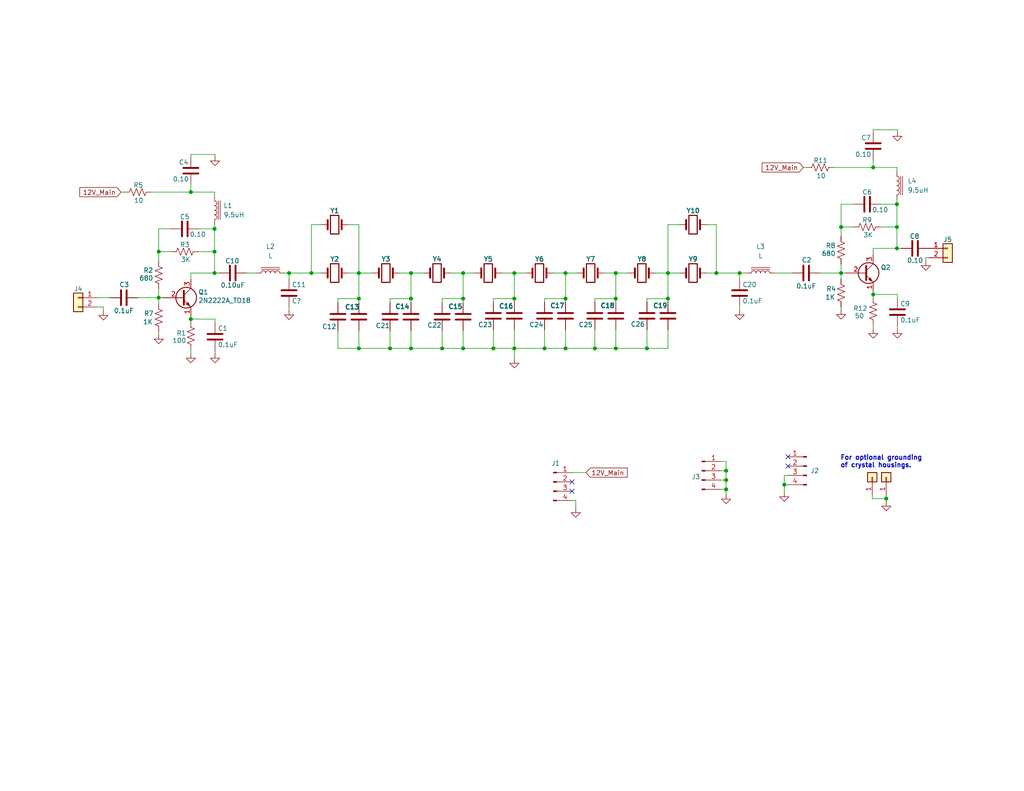
<source format=kicad_sch>
(kicad_sch (version 20211123) (generator eeschema)
  (paper "USLetter")
  (title_block (rev "A"))
  (lib_symbols
    (symbol "Connector_Generic:Conn_01x01" (pin_names (offset 1.016) hide)
      (property "Reference" "J" (at 0 2.54 0))
      (property "Value" "Conn_01x01" (at 0 -2.54 0))
      (symbol "Conn_01x01_1_1"
        (rectangle (start -1.27 0.127) (end 0 -0.127) (stroke (width 0.1524)))
        (rectangle (start -1.27 1.27) (end 1.27 -1.27) (stroke (width 0.254)) (fill (type background)))
        (pin passive line (at -5.08 0 0) (length 3.81) (name "Pin_1") (number "1"))
      )
    )
    (symbol "Device:C" (pin_numbers hide) (pin_names (offset 0.254))
      (property "Reference" "C" (at 0.635 2.54 0))
      (property "Value" "C" (at 0.635 -2.54 0))
      (symbol "C_0_1"
        (polyline (pts (xy -2.032 -0.762) (xy 2.032 -0.762)) (stroke (width 0.508)))
        (polyline (pts (xy -2.032 0.762) (xy 2.032 0.762)) (stroke (width 0.508)))
      )
      (symbol "C_1_1"
        (pin passive line (at 0 3.81 270) (length 2.794) (name "~") (number "1"))
        (pin passive line (at 0 -3.81 90) (length 2.794) (name "~") (number "2"))
      )
    )
    (symbol "Device:Crystal" (pin_numbers hide) (pin_names (offset 1.016) hide)
      (property "Reference" "Y" (at 0 3.81 0))
      (property "Value" "Crystal" (at 0 -3.81 0))
      (symbol "Crystal_0_1"
        (rectangle (start -1.143 2.54) (end 1.143 -2.54) (stroke (width 0.3048)))
        (polyline (pts (xy -2.54 0) (xy -1.905 0)))
        (polyline (pts (xy -1.905 -1.27) (xy -1.905 1.27)) (stroke (width 0.508)))
        (polyline (pts (xy 1.905 -1.27) (xy 1.905 1.27)) (stroke (width 0.508)))
        (polyline (pts (xy 2.54 0) (xy 1.905 0)))
      )
      (symbol "Crystal_1_1"
        (pin passive line (at -3.81 0 0) (length 1.27) (name "1") (number "1"))
        (pin passive line (at 3.81 0 180) (length 1.27) (name "2") (number "2"))
      )
    )
    (symbol "K7TFC_Connectors:Conn_01x02" (pin_names (offset 1.016) hide)
      (property "Reference" "J" (at 0 2.54 0))
      (property "Value" "Conn_01x02" (at 0 -5.08 0))
      (symbol "Conn_01x02_1_1"
        (rectangle (start -1.27 -2.413) (end 0 -2.667) (stroke (width 0.1524)))
        (rectangle (start -1.27 0.127) (end 0 -0.127) (stroke (width 0.1524)))
        (rectangle (start -1.27 1.27) (end 1.27 -3.81) (stroke (width 0.254)) (fill (type background)))
        (pin passive line (at -5.08 0 0) (length 3.81) (name "Pin_1") (number "1"))
        (pin passive line (at -5.08 -2.54 0) (length 3.81) (name "Pin_2") (number "2"))
      )
    )
    (symbol "K7TFC_Connectors:Conn_01x04_Male" (pin_names (offset 1.016) hide)
      (property "Reference" "J" (at 0 5.08 0))
      (property "Value" "Conn_01x04_Male" (at 0 -7.62 0))
      (symbol "Conn_01x04_Male_1_1"
        (polyline (pts (xy 1.27 -5.08) (xy 0.8636 -5.08)) (stroke (width 0.1524)))
        (polyline (pts (xy 1.27 -2.54) (xy 0.8636 -2.54)) (stroke (width 0.1524)))
        (polyline (pts (xy 1.27 0) (xy 0.8636 0)) (stroke (width 0.1524)))
        (polyline (pts (xy 1.27 2.54) (xy 0.8636 2.54)) (stroke (width 0.1524)))
        (rectangle (start 0.8636 -4.953) (end 0 -5.207) (stroke (width 0.1524)) (fill (type outline)))
        (rectangle (start 0.8636 -2.413) (end 0 -2.667) (stroke (width 0.1524)) (fill (type outline)))
        (rectangle (start 0.8636 0.127) (end 0 -0.127) (stroke (width 0.1524)) (fill (type outline)))
        (rectangle (start 0.8636 2.667) (end 0 2.413) (stroke (width 0.1524)) (fill (type outline)))
        (pin passive line (at 5.08 2.54 180) (length 3.81) (name "Pin_1") (number "1"))
        (pin passive line (at 5.08 0 180) (length 3.81) (name "Pin_2") (number "2"))
        (pin passive line (at 5.08 -2.54 180) (length 3.81) (name "Pin_3") (number "3"))
        (pin passive line (at 5.08 -5.08 180) (length 3.81) (name "Pin_4") (number "4"))
      )
    )
    (symbol "K7TFC_Passives:C_std" (pin_numbers hide) (pin_names (offset 0.254))
      (property "Reference" "C" (at 0.635 2.54 0))
      (property "Value" "C_std" (at 0.635 -2.54 0))
      (symbol "C_std_0_1"
        (polyline (pts (xy -2.032 -0.762) (xy 2.032 -0.762)) (stroke (width 0.508)))
        (polyline (pts (xy -2.032 0.762) (xy 2.032 0.762)) (stroke (width 0.508)))
      )
      (symbol "C_std_1_1"
        (pin passive line (at 0 3.81 270) (length 2.794) (name "~") (number "1"))
        (pin passive line (at 0 -3.81 90) (length 2.794) (name "~") (number "2"))
      )
    )
    (symbol "K7TFC_Passives:L" (pin_numbers hide) (pin_names (offset 1.016) hide)
      (property "Reference" "L" (at -1.778 0 0))
      (property "Value" "L" (at 3.048 0 0))
      (symbol "L_0_1"
        (arc (start 0 -2.54) (mid 0.635 -1.905) (end 0 -1.27))
        (arc (start 0 -1.27) (mid 0.635 -0.635) (end 0 0))
        (polyline (pts (xy 1.016 2.54) (xy 1.016 -2.54)))
        (polyline (pts (xy 1.524 2.54) (xy 1.524 -2.54)))
        (arc (start 0 0) (mid 0.635 0.635) (end 0 1.27))
        (arc (start 0 1.27) (mid 0.635 1.905) (end 0 2.54))
      )
      (symbol "L_1_1"
        (pin passive line (at 0 3.81 270) (length 1.27) (name "1") (number "1"))
        (pin passive line (at 0 -3.81 90) (length 1.27) (name "2") (number "2"))
      )
    )
    (symbol "K7TFC_Passives:R_US" (pin_numbers hide) (pin_names (offset 0))
      (property "Reference" "R" (at 2.54 0 90))
      (property "Value" "R_US" (at -2.54 0 90))
      (symbol "R_US_0_1"
        (polyline (pts (xy 0 -2.286) (xy 0 -2.54)))
        (polyline (pts (xy 0 2.286) (xy 0 2.54)))
        (polyline (pts (xy 0 -0.762) (xy 1.016 -1.143) (xy 0 -1.524) (xy -1.016 -1.905) (xy 0 -2.286)))
        (polyline (pts (xy 0 0.762) (xy 1.016 0.381) (xy 0 0) (xy -1.016 -0.381) (xy 0 -0.762)))
        (polyline (pts (xy 0 2.286) (xy 1.016 1.905) (xy 0 1.524) (xy -1.016 1.143) (xy 0 0.762)))
      )
      (symbol "R_US_1_1"
        (pin passive line (at 0 3.81 270) (length 1.27) (name "~") (number "1"))
        (pin passive line (at 0 -3.81 90) (length 1.27) (name "~") (number "2"))
      )
    )
    (symbol "K7TFC_Transistors:2N2222A_TO18" (pin_names (offset 0) hide)
      (property "Reference" "Q" (at 5.08 1.905 0))
      (property "Value" "2N2222A_TO18" (at 5.08 0 0))
      (symbol "2N2222A_TO18_0_1"
        (polyline (pts (xy 0.635 0.635) (xy 2.54 2.54)))
        (polyline (pts (xy 0.635 -0.635) (xy 2.54 -2.54) (xy 2.54 -2.54)))
        (polyline (pts (xy 0.635 1.905) (xy 0.635 -1.905) (xy 0.635 -1.905)) (stroke (width 0.508)))
        (polyline (pts (xy 1.27 -1.778) (xy 1.778 -1.27) (xy 2.286 -2.286) (xy 1.27 -1.778) (xy 1.27 -1.778)) (fill (type outline)))
        (circle (center 1.27 0) (radius 2.8194) (stroke (width 0.254)))
      )
      (symbol "2N2222A_TO18_1_1"
        (pin passive line (at 2.54 -5.08 90) (length 2.54) (name "E") (number "1"))
        (pin passive line (at -5.08 0 0) (length 5.715) (name "B") (number "2"))
        (pin passive line (at 2.54 5.08 270) (length 2.54) (name "C") (number "3"))
      )
    )
    (symbol "power:GND" (power) (pin_names (offset 0))
      (property "Value" "GND" (at 0 -3.81 0))
      (symbol "GND_0_1"
        (polyline (pts (xy 0 0) (xy 0 -1.27) (xy 1.27 -1.27) (xy 0 -2.54) (xy -1.27 -1.27) (xy 0 -1.27)))
      )
      (symbol "GND_1_1"
        (pin power_in line (at 0 0 270) (length 0) hide (name "GND") (number "1"))
      )
    )
  )
  (junction (at 58.547 68.707))
  (junction (at 168.021 81.534))
  (junction (at 112.141 95.123))
  (junction (at 168.021 74.549))
  (junction (at 140.335 95.123))
  (junction (at 106.426 95.123))
  (junction (at 241.808 136.144))
  (junction (at 52.07 87.122))
  (junction (at 112.141 74.549))
  (junction (at 182.245 81.534))
  (junction (at 52.07 52.451))
  (junction (at 148.59 95.123))
  (junction (at 126.365 95.123))
  (junction (at 58.547 74.549))
  (junction (at 238.252 80.391))
  (junction (at 201.803 74.549))
  (junction (at 97.917 74.549))
  (junction (at 58.547 62.484))
  (junction (at 154.305 74.549))
  (junction (at 195.453 74.549))
  (junction (at 244.729 55.753))
  (junction (at 43.307 81.28))
  (junction (at 120.65 95.123))
  (junction (at 182.245 74.549))
  (junction (at 198.12 133.604))
  (junction (at 244.729 67.818))
  (junction (at 78.867 74.549))
  (junction (at 154.305 81.534))
  (junction (at 168.021 95.123))
  (junction (at 176.53 95.123))
  (junction (at 97.917 95.123))
  (junction (at 162.306 95.123))
  (junction (at 84.963 74.549))
  (junction (at 229.489 74.549))
  (junction (at 238.252 45.72))
  (junction (at 198.12 128.524))
  (junction (at 140.335 74.549))
  (junction (at 140.335 81.534))
  (junction (at 97.917 81.534))
  (junction (at 126.365 81.534))
  (junction (at 213.995 132.334))
  (junction (at 134.62 95.123))
  (junction (at 154.305 95.123))
  (junction (at 244.729 61.976))
  (junction (at 43.307 68.707))
  (junction (at 229.489 61.976))
  (junction (at 198.12 131.064))
  (junction (at 112.141 81.534))
  (junction (at 126.365 74.549))
  (no_connect (at 215.011 124.714))
  (no_connect (at 215.011 127.254))
  (no_connect (at 156.083 131.572))
  (no_connect (at 156.083 134.112))
  (wire (pts (xy 156.083 129.032) (xy 159.893 129.032)))
  (wire (pts (xy 229.489 74.549) (xy 229.489 76.2)))
  (wire (pts (xy 112.141 82.677) (xy 112.141 81.534)))
  (wire (pts (xy 92.202 81.534) (xy 97.917 81.534)))
  (wire (pts (xy 213.995 129.794) (xy 213.995 132.334)))
  (wire (pts (xy 219.202 45.72) (xy 219.964 45.72)))
  (wire (pts (xy 151.003 74.549) (xy 154.305 74.549)))
  (wire (pts (xy 198.12 133.604) (xy 198.12 135.001)))
  (wire (pts (xy 176.53 82.423) (xy 176.53 81.534)))
  (wire (pts (xy 154.305 74.549) (xy 157.353 74.549)))
  (wire (pts (xy 58.674 42.164) (xy 58.674 42.672)))
  (wire (pts (xy 95.123 74.549) (xy 97.917 74.549)))
  (wire (pts (xy 178.943 74.549) (xy 182.245 74.549)))
  (wire (pts (xy 148.59 90.043) (xy 148.59 95.123)))
  (wire (pts (xy 238.252 79.629) (xy 238.252 80.391)))
  (wire (pts (xy 154.305 90.043) (xy 154.305 95.123)))
  (wire (pts (xy 244.856 89.027) (xy 244.856 89.789)))
  (wire (pts (xy 134.62 95.123) (xy 140.335 95.123)))
  (wire (pts (xy 176.53 81.534) (xy 182.245 81.534)))
  (wire (pts (xy 148.59 81.534) (xy 154.305 81.534)))
  (wire (pts (xy 43.307 62.484) (xy 43.307 68.707)))
  (wire (pts (xy 182.245 74.549) (xy 185.293 74.549)))
  (wire (pts (xy 97.917 82.677) (xy 97.917 81.534)))
  (wire (pts (xy 43.307 78.867) (xy 43.307 81.28)))
  (wire (pts (xy 58.547 74.549) (xy 59.69 74.549)))
  (wire (pts (xy 78.867 74.549) (xy 78.867 76.2)))
  (wire (pts (xy 106.426 90.297) (xy 106.426 95.123)))
  (wire (pts (xy 240.411 55.753) (xy 244.729 55.753)))
  (wire (pts (xy 120.65 90.297) (xy 120.65 95.123)))
  (wire (pts (xy 46.609 62.484) (xy 43.307 62.484)))
  (wire (pts (xy 244.729 54.483) (xy 244.729 55.753)))
  (wire (pts (xy 238.252 43.688) (xy 238.252 45.72)))
  (wire (pts (xy 168.021 95.123) (xy 176.53 95.123)))
  (wire (pts (xy 112.141 95.123) (xy 120.65 95.123)))
  (wire (pts (xy 43.307 90.551) (xy 43.307 91.313)))
  (wire (pts (xy 37.592 81.28) (xy 43.307 81.28)))
  (wire (pts (xy 52.07 76.2) (xy 52.07 74.549)))
  (wire (pts (xy 52.07 86.36) (xy 52.07 87.122)))
  (wire (pts (xy 126.365 82.677) (xy 126.365 81.534)))
  (wire (pts (xy 140.335 82.423) (xy 140.335 81.534)))
  (wire (pts (xy 238.252 35.433) (xy 244.856 35.433)))
  (wire (pts (xy 244.856 80.391) (xy 238.252 80.391)))
  (wire (pts (xy 126.365 90.297) (xy 126.365 95.123)))
  (wire (pts (xy 162.306 90.043) (xy 162.306 95.123)))
  (wire (pts (xy 106.426 82.677) (xy 106.426 81.534)))
  (wire (pts (xy 211.328 74.549) (xy 216.154 74.549)))
  (wire (pts (xy 244.729 45.72) (xy 244.729 46.863)))
  (wire (pts (xy 58.547 52.451) (xy 58.547 53.594)))
  (wire (pts (xy 244.856 81.407) (xy 244.856 80.391)))
  (wire (pts (xy 58.547 62.484) (xy 58.547 68.707)))
  (wire (pts (xy 58.674 95.758) (xy 58.674 96.52)))
  (wire (pts (xy 176.53 90.043) (xy 176.53 95.123)))
  (wire (pts (xy 195.453 74.549) (xy 201.803 74.549)))
  (wire (pts (xy 54.229 68.707) (xy 58.547 68.707)))
  (wire (pts (xy 92.202 90.297) (xy 92.202 95.123)))
  (wire (pts (xy 97.917 61.341) (xy 97.917 74.549)))
  (wire (pts (xy 168.021 82.423) (xy 168.021 81.534)))
  (wire (pts (xy 168.021 90.043) (xy 168.021 95.123)))
  (wire (pts (xy 84.963 61.341) (xy 84.963 74.549)))
  (wire (pts (xy 134.62 90.043) (xy 134.62 95.123)))
  (wire (pts (xy 120.65 81.534) (xy 120.65 82.677)))
  (wire (pts (xy 78.867 74.549) (xy 84.963 74.549)))
  (wire (pts (xy 126.365 74.549) (xy 129.413 74.549)))
  (wire (pts (xy 176.53 95.123) (xy 182.245 95.123)))
  (wire (pts (xy 229.489 61.976) (xy 232.791 61.976)))
  (wire (pts (xy 198.12 128.524) (xy 198.12 131.064)))
  (wire (pts (xy 106.426 81.534) (xy 112.141 81.534)))
  (wire (pts (xy 84.963 74.549) (xy 87.503 74.549)))
  (wire (pts (xy 97.917 90.297) (xy 97.917 95.123)))
  (wire (pts (xy 229.489 61.976) (xy 229.489 64.516)))
  (wire (pts (xy 240.411 61.976) (xy 244.729 61.976)))
  (wire (pts (xy 182.245 95.123) (xy 182.245 90.043)))
  (wire (pts (xy 238.252 88.773) (xy 238.252 89.789)))
  (wire (pts (xy 238.252 80.391) (xy 238.252 81.153)))
  (wire (pts (xy 241.808 136.144) (xy 241.808 136.906)))
  (wire (pts (xy 33.02 52.451) (xy 33.782 52.451)))
  (wire (pts (xy 109.093 74.549) (xy 112.141 74.549)))
  (wire (pts (xy 253.492 70.358) (xy 252.603 70.358)))
  (wire (pts (xy 148.59 95.123) (xy 154.305 95.123)))
  (wire (pts (xy 43.307 68.707) (xy 46.609 68.707)))
  (wire (pts (xy 54.229 62.484) (xy 58.547 62.484)))
  (wire (pts (xy 229.489 83.82) (xy 229.489 84.582)))
  (wire (pts (xy 229.489 55.753) (xy 229.489 61.976)))
  (wire (pts (xy 140.335 95.123) (xy 148.59 95.123)))
  (wire (pts (xy 154.305 82.423) (xy 154.305 81.534)))
  (wire (pts (xy 95.123 61.341) (xy 97.917 61.341)))
  (wire (pts (xy 227.584 45.72) (xy 238.252 45.72)))
  (wire (pts (xy 196.596 125.984) (xy 198.12 125.984)))
  (wire (pts (xy 201.803 83.82) (xy 201.803 84.709)))
  (wire (pts (xy 140.335 81.534) (xy 140.335 74.549)))
  (wire (pts (xy 198.12 131.064) (xy 198.12 133.604)))
  (wire (pts (xy 252.603 70.358) (xy 252.603 71.247)))
  (wire (pts (xy 168.021 81.534) (xy 168.021 74.549)))
  (wire (pts (xy 162.306 81.534) (xy 168.021 81.534)))
  (wire (pts (xy 185.293 61.341) (xy 182.245 61.341)))
  (wire (pts (xy 52.07 42.799) (xy 52.07 42.164)))
  (wire (pts (xy 154.305 81.534) (xy 154.305 74.549)))
  (wire (pts (xy 120.65 95.123) (xy 126.365 95.123)))
  (wire (pts (xy 223.774 74.549) (xy 229.489 74.549)))
  (wire (pts (xy 195.453 61.341) (xy 195.453 74.549)))
  (wire (pts (xy 52.07 74.549) (xy 58.547 74.549)))
  (wire (pts (xy 112.141 74.549) (xy 115.443 74.549)))
  (wire (pts (xy 58.547 68.707) (xy 58.547 74.549)))
  (wire (pts (xy 162.306 95.123) (xy 168.021 95.123)))
  (wire (pts (xy 229.489 72.136) (xy 229.489 74.549)))
  (wire (pts (xy 244.729 55.753) (xy 244.729 61.976)))
  (wire (pts (xy 26.416 83.82) (xy 28.194 83.82)))
  (wire (pts (xy 201.803 74.549) (xy 203.708 74.549)))
  (wire (pts (xy 58.547 61.214) (xy 58.547 62.484)))
  (wire (pts (xy 157.099 136.652) (xy 157.099 138.684)))
  (wire (pts (xy 52.07 95.504) (xy 52.07 96.52)))
  (wire (pts (xy 43.307 81.28) (xy 43.307 82.931)))
  (wire (pts (xy 168.021 74.549) (xy 171.323 74.549)))
  (wire (pts (xy 229.489 74.549) (xy 230.632 74.549)))
  (wire (pts (xy 148.59 82.423) (xy 148.59 81.534)))
  (wire (pts (xy 238.252 45.72) (xy 244.729 45.72)))
  (wire (pts (xy 106.426 95.123) (xy 112.141 95.123)))
  (wire (pts (xy 157.099 136.652) (xy 156.083 136.652)))
  (wire (pts (xy 195.453 74.549) (xy 192.913 74.549)))
  (wire (pts (xy 196.596 131.064) (xy 198.12 131.064)))
  (wire (pts (xy 198.12 125.984) (xy 198.12 128.524)))
  (wire (pts (xy 126.365 95.123) (xy 134.62 95.123)))
  (wire (pts (xy 87.503 61.341) (xy 84.963 61.341)))
  (wire (pts (xy 58.674 88.138) (xy 58.674 87.122)))
  (wire (pts (xy 237.998 136.144) (xy 241.808 136.144)))
  (wire (pts (xy 232.791 55.753) (xy 229.489 55.753)))
  (wire (pts (xy 97.917 81.534) (xy 97.917 74.549)))
  (wire (pts (xy 182.245 61.341) (xy 182.245 74.549)))
  (wire (pts (xy 196.596 133.604) (xy 198.12 133.604)))
  (wire (pts (xy 58.674 87.122) (xy 52.07 87.122)))
  (wire (pts (xy 123.063 74.549) (xy 126.365 74.549)))
  (wire (pts (xy 244.856 35.433) (xy 244.856 35.941)))
  (wire (pts (xy 238.252 69.469) (xy 238.252 67.818)))
  (wire (pts (xy 126.365 81.534) (xy 126.365 74.549)))
  (wire (pts (xy 154.305 95.123) (xy 162.306 95.123)))
  (wire (pts (xy 78.867 83.82) (xy 78.867 84.709)))
  (wire (pts (xy 52.07 50.419) (xy 52.07 52.451)))
  (wire (pts (xy 238.252 67.818) (xy 244.729 67.818)))
  (wire (pts (xy 28.194 83.82) (xy 28.194 84.836)))
  (wire (pts (xy 112.141 90.297) (xy 112.141 95.123)))
  (wire (pts (xy 134.62 81.534) (xy 140.335 81.534)))
  (wire (pts (xy 192.913 61.341) (xy 195.453 61.341)))
  (wire (pts (xy 92.202 81.534) (xy 92.202 82.677)))
  (wire (pts (xy 238.252 36.068) (xy 238.252 35.433)))
  (wire (pts (xy 120.65 81.534) (xy 126.365 81.534)))
  (wire (pts (xy 41.402 52.451) (xy 52.07 52.451)))
  (wire (pts (xy 140.335 74.549) (xy 143.383 74.549)))
  (wire (pts (xy 241.808 136.144) (xy 241.808 135.382)))
  (wire (pts (xy 182.245 81.534) (xy 182.245 74.549)))
  (wire (pts (xy 140.335 97.917) (xy 140.335 95.123)))
  (wire (pts (xy 137.033 74.549) (xy 140.335 74.549)))
  (wire (pts (xy 52.07 52.451) (xy 58.547 52.451)))
  (wire (pts (xy 164.973 74.549) (xy 168.021 74.549)))
  (wire (pts (xy 134.62 82.423) (xy 134.62 81.534)))
  (wire (pts (xy 182.245 82.423) (xy 182.245 81.534)))
  (wire (pts (xy 67.31 74.549) (xy 69.977 74.549)))
  (wire (pts (xy 162.306 82.423) (xy 162.306 81.534)))
  (wire (pts (xy 237.998 135.382) (xy 237.998 136.144)))
  (wire (pts (xy 201.803 74.549) (xy 201.803 76.2)))
  (wire (pts (xy 52.07 87.122) (xy 52.07 87.884)))
  (wire (pts (xy 213.995 132.334) (xy 213.995 134.366)))
  (wire (pts (xy 52.07 42.164) (xy 58.674 42.164)))
  (wire (pts (xy 97.917 95.123) (xy 106.426 95.123)))
  (wire (pts (xy 97.917 74.549) (xy 101.473 74.549)))
  (wire (pts (xy 213.995 132.334) (xy 215.011 132.334)))
  (wire (pts (xy 244.729 61.976) (xy 244.729 67.818)))
  (wire (pts (xy 26.416 81.28) (xy 29.972 81.28)))
  (wire (pts (xy 196.596 128.524) (xy 198.12 128.524)))
  (wire (pts (xy 215.011 129.794) (xy 213.995 129.794)))
  (wire (pts (xy 112.141 81.534) (xy 112.141 74.549)))
  (wire (pts (xy 244.729 67.818) (xy 245.872 67.818)))
  (wire (pts (xy 43.307 81.28) (xy 44.45 81.28)))
  (wire (pts (xy 92.202 95.123) (xy 97.917 95.123)))
  (wire (pts (xy 77.597 74.549) (xy 78.867 74.549)))
  (wire (pts (xy 140.335 90.043) (xy 140.335 95.123)))
  (wire (pts (xy 43.307 68.707) (xy 43.307 71.247)))
  (text "For optional grounding\nof crystal housings." (at 229.235 127.889 0) (effects (font (size 1.27 1.27) (thickness 0.254) bold) (justify left bottom)))
  (global_label "12V_Main" (shape input) (at 219.202 45.72 180) (property "Intersheet References" "${INTERSHEET_REFS}" (effects hide)))
  (global_label "12V_Main" (shape input) (at 33.02 52.451 180) (property "Intersheet References" "${INTERSHEET_REFS}" (effects hide)))
  (global_label "12V_Main" (shape input) (at 159.893 129.032 0) (property "Intersheet References" "${INTERSHEET_REFS}" (effects hide)))
  (symbol (lib_id "Connector_Generic:Conn_01x01") (at 241.808 130.302 90) (unit 1)
    (property "Reference" "J7" (effects hide))
    (property "Value" "Conn_01x01" (effects hide))
    (property "Footprint" "Connector_PinHeader_2.54mm:PinHeader_1x01_P2.54mm_Vertical" (effects hide))
  )
  (symbol (lib_id "K7TFC_Passives:R_US") (at 43.307 75.057 0) (unit 1)
    (property "Reference" "R2" (at 39.116 73.787 0) (effects (justify left)))
    (property "Value" "680" (at 37.973 75.946 0) (effects (justify left)))
    (property "Footprint" "K7TFC_Passives:R_Axial_P2.54mm_Vertical" (effects hide))
  )
  (symbol (lib_id "K7TFC_Passives:R_US") (at 37.592 52.451 90) (unit 1)
    (property "Reference" "R5" (at 37.719 50.546 90))
    (property "Value" "10" (at 37.846 54.737 90))
    (property "Footprint" "K7TFC_Passives:R_Axial_P2.54mm_Vertical" (effects hide))
  )
  (symbol (lib_id "power:GND") (at 213.995 134.366 0) (unit 1)
    (property "Reference" "#PWR0101" (effects hide))
    (property "Value" "GND" (effects hide))
  )
  (symbol (lib_id "Device:Crystal") (at 119.253 74.549 0) (unit 1)
    (property "Reference" "Y4" (at 119.253 70.739 0) (effects (font bold)))
    (property "Value" "Crystal" (effects hide))
    (property "Footprint" "Crystal:Crystal_HC49-U_Vertical" (effects hide))
  )
  (symbol (lib_id "K7TFC_Passives:L") (at 73.787 74.549 90) (unit 1)
    (property "Reference" "L2" (at 73.787 67.31 90))
    (property "Value" "L" (at 73.787 69.85 90))
    (property "Footprint" "K7TFC_Toroids:Toroid_T50_Vertical_P6.00mm" (effects hide))
  )
  (symbol (lib_id "K7TFC_Passives:C_std") (at 219.964 74.549 90) (unit 1)
    (property "Reference" "C2" (at 220.091 70.993 90))
    (property "Value" "0.1uF" (at 219.964 78.105 90))
    (property "Footprint" "Capacitor_THT:C_Disc_D3.4mm_W2.1mm_P2.50mm" (effects hide))
  )
  (symbol (lib_id "K7TFC_Transistors:2N2222A_TO18") (at 235.712 74.549 0) (unit 1)
    (property "Reference" "Q2" (at 240.284 73.025 0) (effects (justify left)))
    (property "Value" "2N2222A_TO18" (effects hide))
    (property "Footprint" "Package_TO_SOT_THT:TO-18-3" (effects hide))
  )
  (symbol (lib_id "K7TFC_Passives:R_US") (at 236.601 61.976 90) (unit 1)
    (property "Reference" "R9" (at 236.601 60.071 90))
    (property "Value" "3K" (at 236.855 64.135 90))
    (property "Footprint" "K7TFC_Passives:R_Axial_P2.54mm_Vertical" (effects hide))
  )
  (symbol (lib_id "K7TFC_Connectors:Conn_01x04_Male") (at 220.091 127.254 0) (mirror y) (unit 1)
    (property "Reference" "J2" (at 221.107 128.5239 0) (effects (justify right)))
    (property "Value" "Conn_01x04_Male" (effects hide))
    (property "Footprint" "Connector_PinHeader_2.54mm:PinHeader_1x04_P2.54mm_Vertical" (effects hide))
  )
  (symbol (lib_id "Device:C") (at 176.53 86.233 0) (unit 1)
    (property "Reference" "C26" (at 172.085 88.519 0) (effects (justify left)))
    (property "Value" "C" (effects hide))
    (property "Footprint" "K7TFC_Passives:Cap_ParallelPads_Righthand_P2.50mm" (effects hide))
  )
  (symbol (lib_id "K7TFC_Connectors:Conn_01x04_Male") (at 151.003 131.572 0) (unit 1)
    (property "Reference" "J1" (at 151.638 126.492 0))
    (property "Value" "Conn_01x04_Male" (effects hide))
    (property "Footprint" "Connector_PinHeader_2.54mm:PinHeader_1x04_P2.54mm_Vertical" (effects hide))
  )
  (symbol (lib_id "power:GND") (at 58.674 96.52 0) (mirror y) (unit 1)
    (property "Reference" "#PWR0112" (effects hide))
    (property "Value" "GND" (effects hide))
  )
  (symbol (lib_id "power:GND") (at 157.099 138.684 0) (mirror y) (unit 1)
    (property "Reference" "#PWR0102" (effects hide))
    (property "Value" "GND" (effects hide))
  )
  (symbol (lib_id "K7TFC_Passives:R_US") (at 50.419 68.707 90) (unit 1)
    (property "Reference" "R3" (at 50.419 66.802 90))
    (property "Value" "3K" (at 50.673 70.866 90))
    (property "Footprint" "K7TFC_Passives:R_Axial_P2.54mm_Vertical" (effects hide))
  )
  (symbol (lib_id "Device:C") (at 97.917 86.487 0) (unit 1)
    (property "Reference" "C13" (at 93.98 83.82 0) (effects (font bold) (justify left)))
    (property "Value" "C" (effects hide))
    (property "Footprint" "Capacitor_THT:C_Disc_D3.4mm_W2.1mm_P2.50mm" (effects hide))
  )
  (symbol (lib_id "Device:C") (at 126.365 86.487 0) (unit 1)
    (property "Reference" "C15" (at 122.174 83.693 0) (effects (font bold) (justify left)))
    (property "Value" "C" (effects hide))
    (property "Footprint" "Capacitor_THT:C_Disc_D3.4mm_W2.1mm_P2.50mm" (effects hide))
  )
  (symbol (lib_id "Device:Crystal") (at 147.193 74.549 0) (unit 1)
    (property "Reference" "Y6" (at 147.193 70.739 0) (effects (font bold)))
    (property "Value" "Crystal" (effects hide))
    (property "Footprint" "Crystal:Crystal_HC49-U_Vertical" (effects hide))
  )
  (symbol (lib_id "K7TFC_Passives:C_std") (at 238.252 39.878 180) (unit 1)
    (property "Reference" "C7" (at 234.95 37.592 0) (effects (justify right)))
    (property "Value" "0.10" (at 233.299 42.164 0) (effects (justify right)))
    (property "Footprint" "Capacitor_THT:C_Disc_D3.4mm_W2.1mm_P2.50mm" (effects hide))
  )
  (symbol (lib_id "power:GND") (at 238.252 89.789 0) (mirror y) (unit 1)
    (property "Reference" "#PWR0107" (effects hide))
    (property "Value" "GND" (effects hide))
  )
  (symbol (lib_id "power:GND") (at 140.335 97.917 0) (unit 1)
    (property "Reference" "#PWR0103" (effects hide))
    (property "Value" "GND" (effects hide))
  )
  (symbol (lib_id "Device:Crystal") (at 91.313 61.341 0) (unit 1)
    (property "Reference" "Y1" (at 91.313 57.531 0) (effects (font bold)))
    (property "Value" "Crystal" (effects hide))
    (property "Footprint" "Crystal:Crystal_HC49-U_Vertical" (effects hide))
  )
  (symbol (lib_id "power:GND") (at 244.856 35.941 0) (mirror y) (unit 1)
    (property "Reference" "#PWR0109" (effects hide))
    (property "Value" "GND" (effects hide))
  )
  (symbol (lib_id "Device:Crystal") (at 189.103 61.341 0) (unit 1)
    (property "Reference" "Y10" (at 189.103 57.531 0) (effects (font bold)))
    (property "Value" "Crystal" (effects hide))
    (property "Footprint" "Crystal:Crystal_HC49-U_Vertical" (effects hide))
  )
  (symbol (lib_id "K7TFC_Passives:L") (at 207.518 74.549 90) (unit 1)
    (property "Reference" "L3" (at 207.518 67.31 90))
    (property "Value" "L" (at 207.518 69.85 90))
    (property "Footprint" "K7TFC_Toroids:Toroid_T50_Vertical_P6.00mm" (effects hide))
  )
  (symbol (lib_id "power:GND") (at 229.489 84.582 0) (mirror y) (unit 1)
    (property "Reference" "#PWR0106" (effects hide))
    (property "Value" "GND" (effects hide))
  )
  (symbol (lib_id "Device:Crystal") (at 175.133 74.549 0) (unit 1)
    (property "Reference" "Y8" (at 175.133 70.739 0) (effects (font bold)))
    (property "Value" "Crystal" (effects hide))
    (property "Footprint" "Crystal:Crystal_HC49-U_Vertical" (effects hide))
  )
  (symbol (lib_id "K7TFC_Connectors:Conn_01x02") (at 258.572 67.818 0) (unit 1)
    (property "Reference" "J5" (at 258.572 65.405 0))
    (property "Value" "Conn_01x02" (effects hide))
    (property "Footprint" "K7TFC:SMA_EdgeMount_0.062_Samtec_wHoles" (effects hide))
  )
  (symbol (lib_id "power:GND") (at 52.07 96.52 0) (mirror y) (unit 1)
    (property "Reference" "#PWR0113" (effects hide))
    (property "Value" "GND" (effects hide))
  )
  (symbol (lib_id "K7TFC_Passives:R_US") (at 238.252 84.963 0) (unit 1)
    (property "Reference" "R12" (at 232.791 84.201 0) (effects (justify left)))
    (property "Value" "50" (at 233.172 86.233 0) (effects (justify left)))
    (property "Footprint" "K7TFC_Passives:R_Axial_P2.54mm_Vertical" (effects hide))
  )
  (symbol (lib_id "K7TFC_Passives:C_std") (at 78.867 80.01 0) (unit 1)
    (property "Reference" "C11" (at 79.629 77.724 0) (effects (justify left)))
    (property "Value" "C?" (at 79.629 82.169 0) (effects (justify left)))
    (property "Footprint" "Capacitor_THT:C_Disc_D3.4mm_W2.1mm_P2.50mm" (effects hide))
  )
  (symbol (lib_id "Device:Crystal") (at 133.223 74.549 0) (unit 1)
    (property "Reference" "Y5" (at 133.223 70.739 0) (effects (font bold)))
    (property "Value" "Crystal" (effects hide))
    (property "Footprint" "Crystal:Crystal_HC49-U_Vertical" (effects hide))
  )
  (symbol (lib_id "power:GND") (at 28.194 84.836 0) (mirror y) (unit 1)
    (property "Reference" "#PWR0111" (effects hide))
    (property "Value" "GND" (effects hide))
  )
  (symbol (lib_id "power:GND") (at 198.12 135.001 0) (unit 1)
    (property "Reference" "#PWR0117" (effects hide))
    (property "Value" "GND" (effects hide))
  )
  (symbol (lib_id "Device:C") (at 112.141 86.487 0) (unit 1)
    (property "Reference" "C14" (at 107.696 83.693 0) (effects (font bold) (justify left)))
    (property "Value" "C" (effects hide))
    (property "Footprint" "Capacitor_THT:C_Disc_D3.4mm_W2.1mm_P2.50mm" (effects hide))
  )
  (symbol (lib_id "Device:C") (at 92.202 86.487 0) (unit 1)
    (property "Reference" "C12" (at 87.884 89.154 0) (effects (justify left)))
    (property "Value" "C" (effects hide))
    (property "Footprint" "K7TFC_Passives:Cap_ParallelPads_Righthand_P2.50mm" (effects hide))
  )
  (symbol (lib_id "K7TFC_Passives:C_std") (at 33.782 81.28 90) (unit 1)
    (property "Reference" "C3" (at 33.909 77.724 90))
    (property "Value" "0.1uF" (at 33.782 84.836 90))
    (property "Footprint" "Capacitor_THT:C_Disc_D3.4mm_W2.1mm_P2.50mm" (effects hide))
  )
  (symbol (lib_id "K7TFC_Passives:C_std") (at 236.601 55.753 270) (unit 1)
    (property "Reference" "C6" (at 236.601 52.451 90))
    (property "Value" "0.10" (at 240.157 57.277 90))
    (property "Footprint" "Capacitor_THT:C_Disc_D3.4mm_W2.1mm_P2.50mm" (effects hide))
  )
  (symbol (lib_id "K7TFC_Transistors:2N2222A_TO18") (at 49.53 81.28 0) (unit 1)
    (property "Reference" "Q1" (at 54.102 79.756 0) (effects (justify left)))
    (property "Value" "2N2222A_TO18" (at 54.102 82.042 0) (effects (justify left)))
    (property "Footprint" "Package_TO_SOT_THT:TO-18-3" (effects hide))
  )
  (symbol (lib_id "Device:C") (at 168.021 86.233 0) (unit 1)
    (property "Reference" "C18" (at 163.703 83.439 0) (effects (font bold) (justify left)))
    (property "Value" "C" (effects hide))
    (property "Footprint" "Capacitor_THT:C_Disc_D3.4mm_W2.1mm_P2.50mm" (effects hide))
  )
  (symbol (lib_id "K7TFC_Passives:R_US") (at 43.307 86.741 0) (unit 1)
    (property "Reference" "R7" (at 39.243 85.598 0) (effects (justify left)))
    (property "Value" "1K" (at 38.989 87.884 0) (effects (justify left)))
    (property "Footprint" "K7TFC_Passives:R_Axial_P2.54mm_Vertical" (effects hide))
  )
  (symbol (lib_id "Device:C") (at 140.335 86.233 0) (unit 1)
    (property "Reference" "C16" (at 136.017 83.566 0) (effects (font bold) (justify left)))
    (property "Value" "C" (effects hide))
    (property "Footprint" "Capacitor_THT:C_Disc_D3.4mm_W2.1mm_P2.50mm" (effects hide))
  )
  (symbol (lib_id "Device:Crystal") (at 105.283 74.549 0) (unit 1)
    (property "Reference" "Y3" (at 105.283 70.739 0) (effects (font bold)))
    (property "Value" "Crystal" (effects hide))
    (property "Footprint" "Crystal:Crystal_HC49-U_Vertical" (effects hide))
  )
  (symbol (lib_id "Device:C") (at 120.65 86.487 0) (unit 1)
    (property "Reference" "C22" (at 116.586 88.773 0) (effects (justify left)))
    (property "Value" "C" (effects hide))
    (property "Footprint" "K7TFC_Passives:Cap_ParallelPads_Righthand_P2.50mm" (effects hide))
  )
  (symbol (lib_id "K7TFC_Passives:L") (at 58.547 57.404 0) (unit 1)
    (property "Reference" "L1" (at 60.96 56.1339 0) (effects (justify left)))
    (property "Value" "9.5uH" (at 60.96 58.6739 0) (effects (justify left)))
    (property "Footprint" "Inductor_THT:L_Axial_L11.0mm_D4.5mm_P7.62mm_Vertical_Fastron_MECC" (effects hide))
  )
  (symbol (lib_id "Device:C") (at 154.305 86.233 0) (unit 1)
    (property "Reference" "C17" (at 149.987 83.439 0) (effects (font bold) (justify left)))
    (property "Value" "C" (effects hide))
    (property "Footprint" "Capacitor_THT:C_Disc_D3.4mm_W2.1mm_P2.50mm" (effects hide))
  )
  (symbol (lib_id "K7TFC_Passives:C_std") (at 201.803 80.01 0) (unit 1)
    (property "Reference" "C20" (at 202.565 77.724 0) (effects (justify left)))
    (property "Value" "0.1uF" (at 202.565 82.169 0) (effects (justify left)))
    (property "Footprint" "Capacitor_THT:C_Disc_D3.4mm_W2.1mm_P2.50mm" (effects hide))
  )
  (symbol (lib_id "K7TFC_Connectors:Conn_01x04_Male") (at 191.516 128.524 0) (unit 1)
    (property "Reference" "J3" (at 189.865 130.175 0))
    (property "Value" "Conn_01x04_Male" (effects hide))
    (property "Footprint" "Connector_PinHeader_2.54mm:PinHeader_1x04_P2.54mm_Vertical" (effects hide))
  )
  (symbol (lib_id "power:GND") (at 244.856 89.789 0) (mirror y) (unit 1)
    (property "Reference" "#PWR0108" (effects hide))
    (property "Value" "GND" (effects hide))
  )
  (symbol (lib_id "K7TFC_Passives:R_US") (at 52.07 91.694 0) (unit 1)
    (property "Reference" "R1" (at 48.133 90.932 0) (effects (justify left)))
    (property "Value" "100" (at 46.99 92.964 0) (effects (justify left)))
    (property "Footprint" "K7TFC_Passives:R_Axial_P2.54mm_Vertical" (effects hide))
  )
  (symbol (lib_id "Device:C") (at 106.426 86.487 0) (unit 1)
    (property "Reference" "C21" (at 102.489 88.9 0) (effects (justify left)))
    (property "Value" "C" (effects hide))
    (property "Footprint" "K7TFC_Passives:Cap_ParallelPads_Righthand_P2.50mm" (effects hide))
  )
  (symbol (lib_id "power:GND") (at 241.808 136.906 0) (unit 1)
    (property "Reference" "#PWR0105" (effects hide))
    (property "Value" "GND" (effects hide))
  )
  (symbol (lib_id "K7TFC_Passives:C_std") (at 52.07 46.609 180) (unit 1)
    (property "Reference" "C4" (at 48.768 44.323 0) (effects (justify right)))
    (property "Value" "0.10" (at 47.117 48.895 0) (effects (justify right)))
    (property "Footprint" "Capacitor_THT:C_Disc_D3.4mm_W2.1mm_P2.50mm" (effects hide))
  )
  (symbol (lib_id "K7TFC_Passives:R_US") (at 229.489 80.01 0) (unit 1)
    (property "Reference" "R4" (at 225.425 78.867 0) (effects (justify left)))
    (property "Value" "1K" (at 225.171 81.153 0) (effects (justify left)))
    (property "Footprint" "K7TFC_Passives:R_Axial_P2.54mm_Vertical" (effects hide))
  )
  (symbol (lib_id "Device:C") (at 148.59 86.233 0) (unit 1)
    (property "Reference" "C24" (at 144.399 88.646 0) (effects (justify left)))
    (property "Value" "C" (effects hide))
    (property "Footprint" "K7TFC_Passives:Cap_ParallelPads_Righthand_P2.50mm" (effects hide))
  )
  (symbol (lib_id "power:GND") (at 252.603 71.247 0) (mirror y) (unit 1)
    (property "Reference" "#PWR0110" (effects hide))
    (property "Value" "GND" (effects hide))
  )
  (symbol (lib_id "K7TFC_Passives:C_std") (at 63.5 74.549 90) (unit 1)
    (property "Reference" "C10" (at 63.373 71.247 90))
    (property "Value" "0.10uF" (at 63.5 77.851 90))
    (property "Footprint" "Capacitor_THT:C_Disc_D3.4mm_W2.1mm_P2.50mm" (effects hide))
  )
  (symbol (lib_id "Device:C") (at 182.245 86.233 0) (unit 1)
    (property "Reference" "C19" (at 178.054 83.439 0) (effects (font bold) (justify left)))
    (property "Value" "C" (effects hide))
    (property "Footprint" "Capacitor_THT:C_Disc_D3.4mm_W2.1mm_P2.50mm" (effects hide))
  )
  (symbol (lib_id "K7TFC_Passives:C_std") (at 244.856 85.217 0) (unit 1)
    (property "Reference" "C9" (at 245.618 82.931 0) (effects (justify left)))
    (property "Value" "0.1uF" (at 245.618 87.376 0) (effects (justify left)))
    (property "Footprint" "Capacitor_THT:C_Disc_D3.4mm_W2.1mm_P2.50mm" (effects hide))
  )
  (symbol (lib_id "power:GND") (at 58.674 42.672 0) (mirror y) (unit 1)
    (property "Reference" "#PWR0116" (effects hide))
    (property "Value" "GND" (effects hide))
  )
  (symbol (lib_id "K7TFC_Passives:R_US") (at 223.774 45.72 90) (unit 1)
    (property "Reference" "R11" (at 223.901 43.815 90))
    (property "Value" "10" (at 224.028 48.006 90))
    (property "Footprint" "K7TFC_Passives:R_Axial_P2.54mm_Vertical" (effects hide))
  )
  (symbol (lib_id "power:GND") (at 78.867 84.709 0) (mirror y) (unit 1)
    (property "Reference" "#PWR0115" (effects hide))
    (property "Value" "GND" (effects hide))
  )
  (symbol (lib_id "power:GND") (at 43.307 91.313 0) (mirror y) (unit 1)
    (property "Reference" "#PWR0114" (effects hide))
    (property "Value" "GND" (effects hide))
  )
  (symbol (lib_id "Device:Crystal") (at 91.313 74.549 0) (unit 1)
    (property "Reference" "Y2" (at 91.313 70.739 0) (effects (font bold)))
    (property "Value" "Crystal" (effects hide))
    (property "Footprint" "Crystal:Crystal_HC49-U_Vertical" (effects hide))
  )
  (symbol (lib_id "K7TFC_Passives:R_US") (at 229.489 68.326 0) (unit 1)
    (property "Reference" "R8" (at 225.298 67.056 0) (effects (justify left)))
    (property "Value" "680" (at 224.155 69.215 0) (effects (justify left)))
    (property "Footprint" "K7TFC_Passives:R_Axial_P2.54mm_Vertical" (effects hide))
  )
  (symbol (lib_id "Device:C") (at 162.306 86.233 0) (unit 1)
    (property "Reference" "C25" (at 157.861 88.646 0) (effects (justify left)))
    (property "Value" "C" (effects hide))
    (property "Footprint" "K7TFC_Passives:Cap_ParallelPads_Righthand_P2.50mm" (effects hide))
  )
  (symbol (lib_id "K7TFC_Connectors:Conn_01x02") (at 21.336 81.28 0) (mirror y) (unit 1)
    (property "Reference" "J4" (at 21.336 78.867 0))
    (property "Value" "Conn_01x02" (effects hide))
    (property "Footprint" "K7TFC:SMA_EdgeMount_0.062_Samtec_wHoles" (effects hide))
  )
  (symbol (lib_id "K7TFC_Passives:L") (at 244.729 50.673 0) (unit 1)
    (property "Reference" "L4" (at 247.65 49.4029 0) (effects (justify left)))
    (property "Value" "9.5uH" (at 247.65 51.9429 0) (effects (justify left)))
    (property "Footprint" "Inductor_THT:L_Axial_L11.0mm_D4.5mm_P7.62mm_Vertical_Fastron_MECC" (effects hide))
  )
  (symbol (lib_id "Connector_Generic:Conn_01x01") (at 237.998 130.302 90) (unit 1)
    (property "Reference" "J6" (effects hide))
    (property "Value" "Conn_01x01" (effects hide))
    (property "Footprint" "Connector_PinHeader_2.54mm:PinHeader_1x01_P2.54mm_Vertical" (effects hide))
  )
  (symbol (lib_id "power:GND") (at 201.803 84.709 0) (mirror y) (unit 1)
    (property "Reference" "#PWR0104" (effects hide))
    (property "Value" "GND" (effects hide))
  )
  (symbol (lib_id "Device:C") (at 134.62 86.233 0) (unit 1)
    (property "Reference" "C23" (at 130.429 88.646 0) (effects (justify left)))
    (property "Value" "C" (effects hide))
    (property "Footprint" "K7TFC_Passives:Cap_ParallelPads_Righthand_P2.50mm" (effects hide))
  )
  (symbol (lib_id "K7TFC_Passives:C_std") (at 50.419 62.484 270) (unit 1)
    (property "Reference" "C5" (at 50.419 59.182 90))
    (property "Value" "0.10" (at 53.975 64.008 90))
    (property "Footprint" "Capacitor_THT:C_Disc_D3.4mm_W2.1mm_P2.50mm" (effects hide))
  )
  (symbol (lib_id "Device:Crystal") (at 161.163 74.549 0) (unit 1)
    (property "Reference" "Y7" (at 161.163 70.739 0) (effects (font bold)))
    (property "Value" "Crystal" (effects hide))
    (property "Footprint" "Crystal:Crystal_HC49-U_Vertical" (effects hide))
  )
  (symbol (lib_id "K7TFC_Passives:C_std") (at 249.682 67.818 90) (unit 1)
    (property "Reference" "C8" (at 249.555 64.516 90))
    (property "Value" "0.10" (at 249.682 71.12 90))
    (property "Footprint" "Capacitor_THT:C_Disc_D3.4mm_W2.1mm_P2.50mm" (effects hide))
  )
  (symbol (lib_id "K7TFC_Passives:C_std") (at 58.674 91.948 0) (unit 1)
    (property "Reference" "C1" (at 59.436 89.662 0) (effects (justify left)))
    (property "Value" "0.1uF" (at 59.436 94.107 0) (effects (justify left)))
    (property "Footprint" "Capacitor_THT:C_Disc_D3.4mm_W2.1mm_P2.50mm" (effects hide))
  )
  (symbol (lib_id "Device:Crystal") (at 189.103 74.549 0) (unit 1)
    (property "Reference" "Y9" (at 189.103 70.739 0) (effects (font bold)))
    (property "Value" "Crystal" (effects hide))
    (property "Footprint" "Crystal:Crystal_HC49-U_Vertical" (effects hide))
  )
)
</source>
